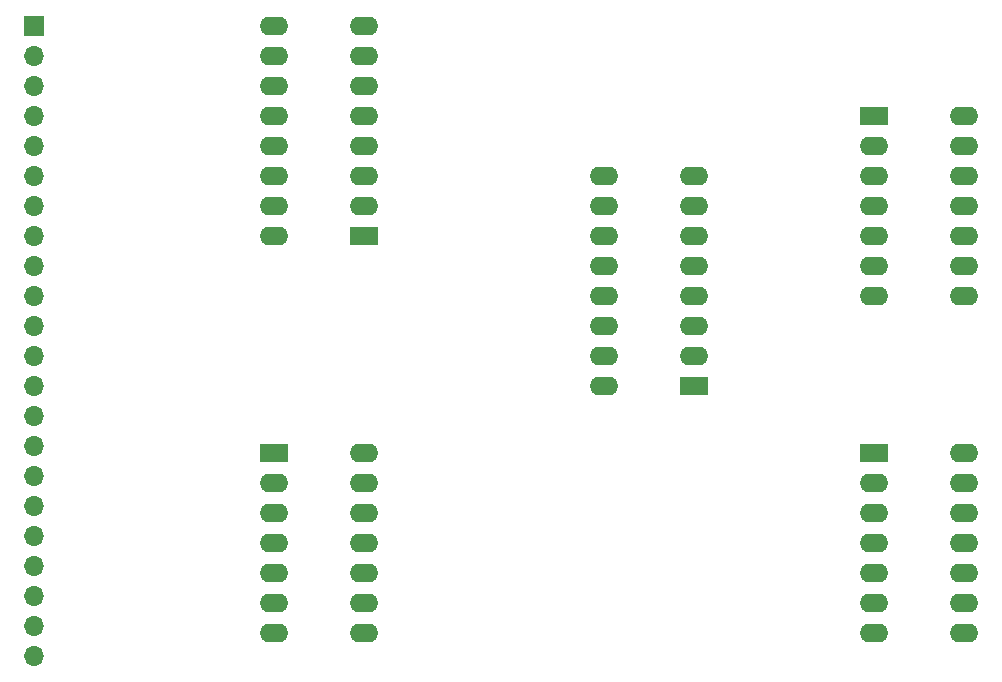
<source format=gbs>
%TF.GenerationSoftware,KiCad,Pcbnew,8.0.8-unknown-202501220024~e4ff452ffb~ubuntu24.04.1*%
%TF.CreationDate,2025-01-26T15:18:26-05:00*%
%TF.ProjectId,stack module,73746163-6b20-46d6-9f64-756c652e6b69,v01*%
%TF.SameCoordinates,Original*%
%TF.FileFunction,Soldermask,Bot*%
%TF.FilePolarity,Negative*%
%FSLAX46Y46*%
G04 Gerber Fmt 4.6, Leading zero omitted, Abs format (unit mm)*
G04 Created by KiCad (PCBNEW 8.0.8-unknown-202501220024~e4ff452ffb~ubuntu24.04.1) date 2025-01-26 15:18:26*
%MOMM*%
%LPD*%
G01*
G04 APERTURE LIST*
%ADD10R,2.400000X1.600000*%
%ADD11O,2.400000X1.600000*%
%ADD12R,1.700000X1.700000*%
%ADD13O,1.700000X1.700000*%
G04 APERTURE END LIST*
D10*
%TO.C,U2*%
X160020000Y-48260000D03*
D11*
X160020000Y-50800000D03*
X160020000Y-53340000D03*
X160020000Y-55880000D03*
X160020000Y-58420000D03*
X160020000Y-60960000D03*
X160020000Y-63500000D03*
X167640000Y-63500000D03*
X167640000Y-60960000D03*
X167640000Y-58420000D03*
X167640000Y-55880000D03*
X167640000Y-53340000D03*
X167640000Y-50800000D03*
X167640000Y-48260000D03*
%TD*%
D10*
%TO.C,U1*%
X109220000Y-76835000D03*
D11*
X109220000Y-79375000D03*
X109220000Y-81915000D03*
X109220000Y-84455000D03*
X109220000Y-86995000D03*
X109220000Y-89535000D03*
X109220000Y-92075000D03*
X116840000Y-92075000D03*
X116840000Y-89535000D03*
X116840000Y-86995000D03*
X116840000Y-84455000D03*
X116840000Y-81915000D03*
X116840000Y-79375000D03*
X116840000Y-76835000D03*
%TD*%
D10*
%TO.C,U3*%
X116840000Y-58420000D03*
D11*
X116840000Y-55880000D03*
X116840000Y-53340000D03*
X116840000Y-50800000D03*
X116840000Y-48260000D03*
X116840000Y-45720000D03*
X116840000Y-43180000D03*
X116840000Y-40640000D03*
X109220000Y-40640000D03*
X109220000Y-43180000D03*
X109220000Y-45720000D03*
X109220000Y-48260000D03*
X109220000Y-50800000D03*
X109220000Y-53340000D03*
X109220000Y-55880000D03*
X109220000Y-58420000D03*
%TD*%
D10*
%TO.C,U5*%
X160020000Y-76835000D03*
D11*
X160020000Y-79375000D03*
X160020000Y-81915000D03*
X160020000Y-84455000D03*
X160020000Y-86995000D03*
X160020000Y-89535000D03*
X160020000Y-92075000D03*
X167640000Y-92075000D03*
X167640000Y-89535000D03*
X167640000Y-86995000D03*
X167640000Y-84455000D03*
X167640000Y-81915000D03*
X167640000Y-79375000D03*
X167640000Y-76835000D03*
%TD*%
D12*
%TO.C,J22*%
X88900000Y-40640000D03*
D13*
X88900000Y-43180000D03*
X88900000Y-45720000D03*
X88900000Y-48260000D03*
X88900000Y-50800000D03*
X88900000Y-53340000D03*
X88900000Y-55880000D03*
X88900000Y-58420000D03*
X88900000Y-60960000D03*
X88900000Y-63500000D03*
X88900000Y-66040000D03*
X88900000Y-68580000D03*
X88900000Y-71120000D03*
X88900000Y-73660000D03*
X88900000Y-76200000D03*
X88900000Y-78740000D03*
X88900000Y-81280000D03*
X88900000Y-83820000D03*
X88900000Y-86360000D03*
X88900000Y-88900000D03*
X88900000Y-91440000D03*
X88900000Y-93980000D03*
%TD*%
D10*
%TO.C,U4*%
X144780000Y-71120000D03*
D11*
X144780000Y-68580000D03*
X144780000Y-66040000D03*
X144780000Y-63500000D03*
X144780000Y-60960000D03*
X144780000Y-58420000D03*
X144780000Y-55880000D03*
X144780000Y-53340000D03*
X137160000Y-53340000D03*
X137160000Y-55880000D03*
X137160000Y-58420000D03*
X137160000Y-60960000D03*
X137160000Y-63500000D03*
X137160000Y-66040000D03*
X137160000Y-68580000D03*
X137160000Y-71120000D03*
%TD*%
M02*

</source>
